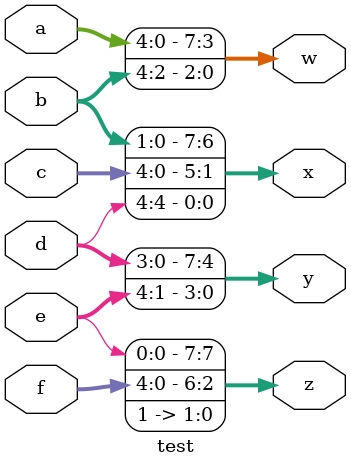
<source format=v>
module test (
    input [4:0] a, b, c, d, e, f,
    output [7:0] w, x, y, z );//

    assign w = { a, b[4:2]};
    assign x = {b[1:0], c, d[4]};
    assign y= {d[3:0] , e[4:1]};
    assign z= {e[0], f, 2'b11};

endmodule
</source>
